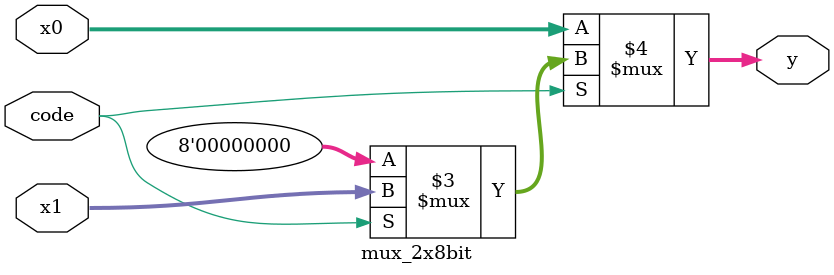
<source format=v>
`timescale 1ns / 1ps


module mux_2x8bit(
    input [7:0] x0,
    input [7:0] x1,   
    input code,
    output [7:0] y
    );
assign y = code == 1'b0 ? x0 : code == 1'b1 ? x1 : 8'd0;
endmodule
</source>
